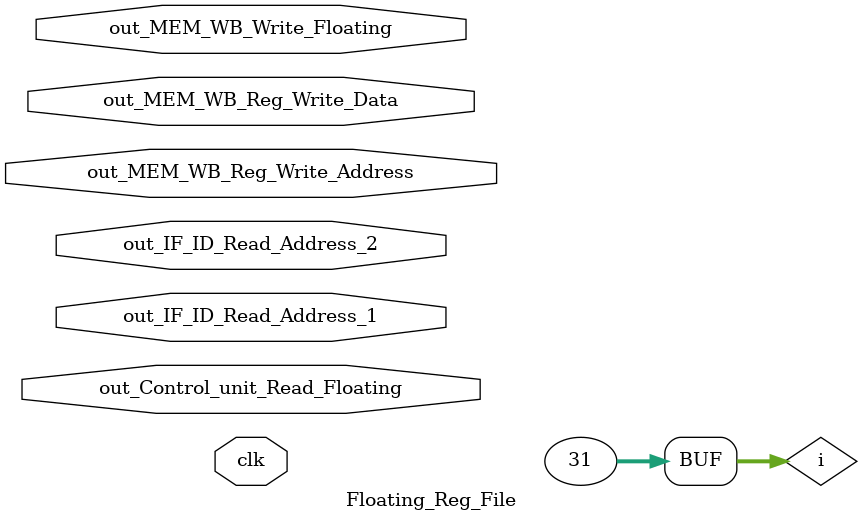
<source format=v>
module Floating_Reg_File(//output reg [31:0] out_Floating_Reg_File_Read_Data_1, out_Floating_Reg_File_Read_Data_2,
								 input out_Control_unit_Read_Floating, out_MEM_WB_Write_Floating,
								 input[4:0] out_MEM_WB_Reg_Write_Address,
								 input[31:0] out_MEM_WB_Reg_Write_Data,
								 input[4:0]  out_IF_ID_Read_Address_1, out_IF_ID_Read_Address_2,
								 input clk	
								);		
								
		integer i;
		reg [31:0] f[31:0];
		
		initial begin
			for(i=0;i<31;i=i+1) begin
				f[i]  = 0;
			end
			
			f[1] = 32'b00111111100110011001100110011010;
			f[2] = 32'b00111111100110011001100110011010;
			
			
		end
	
	
					
		always @(*) begin
				if(out_MEM_WB_Write_Floating)begin
					f[out_MEM_WB_Reg_Write_Address] = out_MEM_WB_Reg_Write_Data;
				end
				
				
//				if(out_Control_unit_Read_Floating)begin
//					out_Floating_Reg_File_Read_Data_1 = f[out_IF_ID_Read_Address_1];
//					out_Floating_Reg_File_Read_Data_2 = f[out_IF_ID_Read_Address_2];
//				end
		
		end
		
endmodule
</source>
